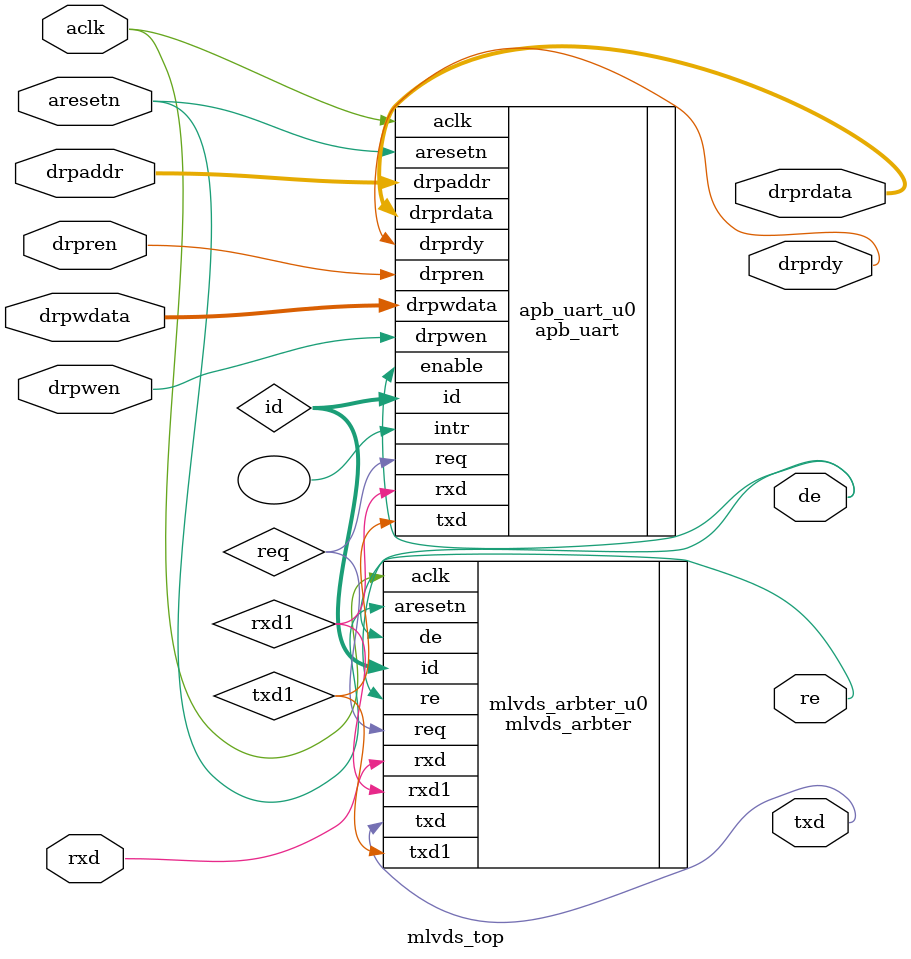
<source format=v>
module mlvds_top(
    input  wire         aclk     ,
    input  wire         aresetn  ,
    input  wire  [ 7:0] drpaddr  ,
    input  wire  [31:0] drpwdata ,
    output wire  [31:0] drprdata ,
    input  wire         drpwen   ,
    input  wire         drpren   ,
    output wire         drprdy   ,
    output wire         de       ,
    output wire         re       ,
    input  wire         rxd      ,
    output wire         txd
);
wire        req;
wire        txd1;
wire        rxd1;
wire [ 7:0] id;
apb_uart apb_uart_u0(
    .aclk     ( aclk     ),
    .aresetn  ( aresetn  ),
    .drpaddr  ( drpaddr  ),
    .drpwen   ( drpwen   ),
    .drpwdata ( drpwdata ),
    .drpren   ( drpren   ),
    .drprdy   ( drprdy   ),
    .drprdata ( drprdata ),
    .intr     (          ),
    .id       ( id       ),
    .req      ( req      ),
    .enable   ( de       ),
    .rxd      ( rxd1     ),
    .txd      ( txd1     )
);
mlvds_arbter mlvds_arbter_u0(
    .aclk     ( aclk     ),
    .aresetn  ( aresetn  ),
    .id       ( id       ),
    .de       ( de       ),
    .re       ( re       ),
    .req      ( req      ),    
    .txd1     ( txd1     ),
    .rxd1     ( rxd1     ),
    .txd      ( txd      ),
    .rxd      ( rxd      )
);   
endmodule

</source>
